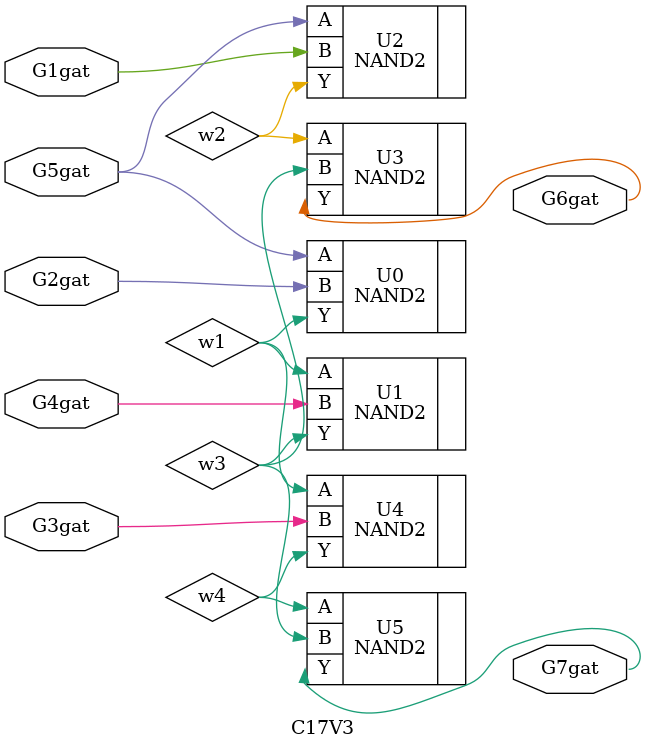
<source format=v>
module C17V3 (
    G1gat, G2gat, G3gat, G4gat, G5gat, G6gat, G7gat );
  input  G1gat, G2gat, G3gat, G4gat, G5gat;
  output G6gat, G7gat ;
  wire w1, w2, w3, w4;
  
  NAND2   U0(.A(G5gat), .B(G2gat), .Y(w1));
  NAND2   U2(.A(G5gat), .B(G1gat), .Y(w2));  
  NAND2   U1(.A(w1), .B(G4gat), .Y(w3));
  NAND2   U4(.A(w1), .B(G3gat), .Y(w4));
  NAND2   U3(.A(w2), .B(w3), .Y(G6gat));
  NAND2   U5(.A(w4), .B(w3), .Y(G7gat));

endmodule



</source>
